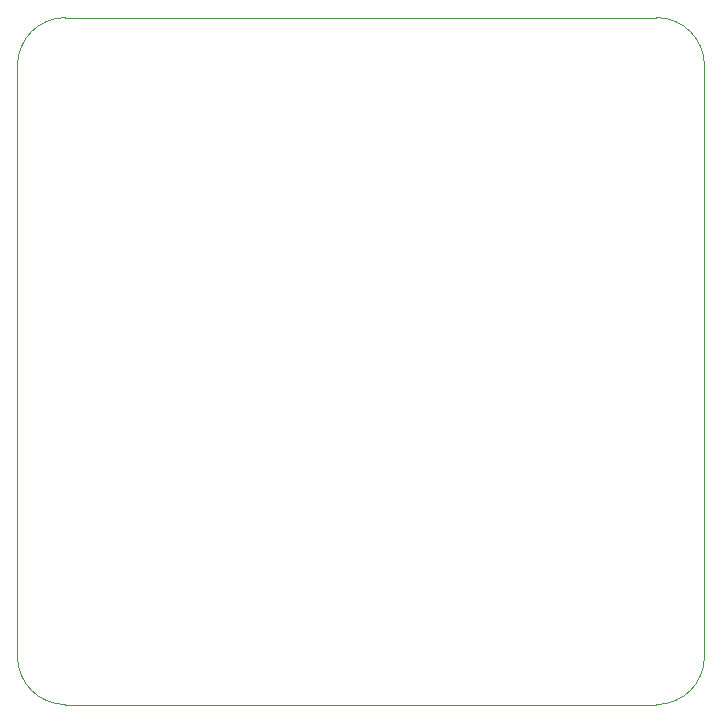
<source format=gbr>
%TF.GenerationSoftware,KiCad,Pcbnew,(5.1.10)-1*%
%TF.CreationDate,2021-08-09T12:49:03+02:00*%
%TF.ProjectId,hub,6875622e-6b69-4636-9164-5f7063625858,rev?*%
%TF.SameCoordinates,Original*%
%TF.FileFunction,Profile,NP*%
%FSLAX46Y46*%
G04 Gerber Fmt 4.6, Leading zero omitted, Abs format (unit mm)*
G04 Created by KiCad (PCBNEW (5.1.10)-1) date 2021-08-09 12:49:03*
%MOMM*%
%LPD*%
G01*
G04 APERTURE LIST*
%TA.AperFunction,Profile*%
%ADD10C,0.050000*%
%TD*%
G04 APERTURE END LIST*
D10*
X189357000Y-50673000D02*
X189357000Y-50673000D01*
X139319000Y-108839000D02*
X189357000Y-108839000D01*
X139319000Y-108839000D02*
G75*
G02*
X135255000Y-104775000I0J4064000D01*
G01*
X135255000Y-54737000D02*
X135255000Y-104775000D01*
X193421000Y-104775000D02*
G75*
G02*
X189357000Y-108839000I-4064000J0D01*
G01*
X193421000Y-54737000D02*
X193421000Y-104775000D01*
X135255000Y-54737000D02*
G75*
G02*
X139319000Y-50673000I4064000J0D01*
G01*
X189357000Y-50673000D02*
G75*
G02*
X193421000Y-54737000I0J-4064000D01*
G01*
X139319000Y-50673000D02*
X189357000Y-50673000D01*
M02*

</source>
